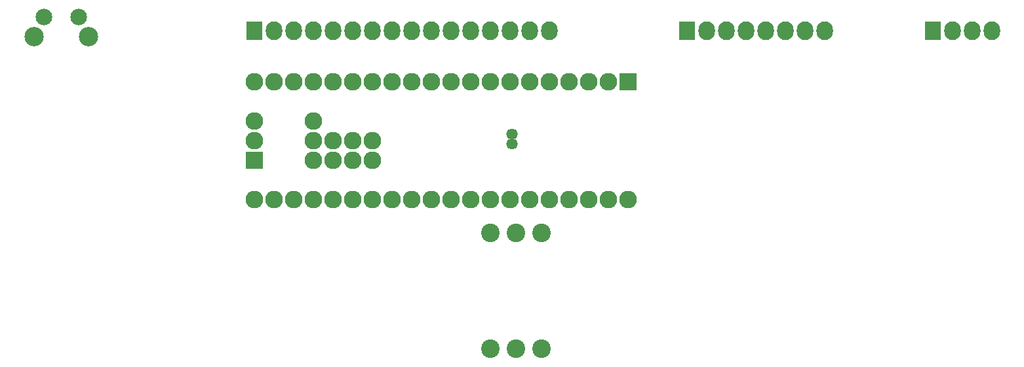
<source format=gbr>
G04 #@! TF.FileFunction,Soldermask,Bot*
%FSLAX46Y46*%
G04 Gerber Fmt 4.6, Leading zero omitted, Abs format (unit mm)*
G04 Created by KiCad (PCBNEW 4.0.5+dfsg1-4) date Sun Dec 29 19:54:52 2019*
%MOMM*%
%LPD*%
G01*
G04 APERTURE LIST*
%ADD10C,0.100000*%
%ADD11C,2.279600*%
%ADD12R,2.279600X2.279600*%
%ADD13C,1.466800*%
%ADD14R,2.127200X2.432000*%
%ADD15O,2.127200X2.432000*%
%ADD16C,2.500000*%
%ADD17C,2.150000*%
%ADD18C,2.398980*%
G04 APERTURE END LIST*
D10*
D11*
X152400000Y-80264000D03*
X149860000Y-80264000D03*
X147320000Y-80264000D03*
X144780000Y-80264000D03*
X142240000Y-80264000D03*
X139700000Y-80264000D03*
X137160000Y-80264000D03*
X134620000Y-80264000D03*
X132080000Y-80264000D03*
X129540000Y-80264000D03*
X127000000Y-80264000D03*
X124460000Y-80264000D03*
X121920000Y-80264000D03*
X119380000Y-80264000D03*
X116840000Y-80264000D03*
X114300000Y-80264000D03*
X111760000Y-80264000D03*
X109220000Y-80264000D03*
X106680000Y-80264000D03*
X104140000Y-80264000D03*
X104140000Y-65024000D03*
X106680000Y-65024000D03*
X109220000Y-65024000D03*
X111760000Y-65024000D03*
X114300000Y-65024000D03*
X116840000Y-65024000D03*
X119380000Y-65024000D03*
X121920000Y-65024000D03*
X124460000Y-65024000D03*
X127000000Y-65024000D03*
X129540000Y-65024000D03*
X132080000Y-65024000D03*
X134620000Y-65024000D03*
X137160000Y-65024000D03*
X139700000Y-65024000D03*
X142240000Y-65024000D03*
X144780000Y-65024000D03*
X147320000Y-65024000D03*
X149860000Y-65024000D03*
D12*
X152400000Y-65024000D03*
X104140000Y-75184000D03*
D11*
X104140000Y-72644000D03*
X104140000Y-70104000D03*
X111760000Y-75184000D03*
X114300000Y-75184000D03*
X116840000Y-75184000D03*
X119380000Y-75184000D03*
X119380000Y-72644000D03*
X116840000Y-72644000D03*
X114300000Y-72644000D03*
X111760000Y-72644000D03*
D13*
X137414000Y-71729600D03*
X137414000Y-73050400D03*
D11*
X111760000Y-70104000D03*
D14*
X104120000Y-58400000D03*
D15*
X106660000Y-58400000D03*
X109200000Y-58400000D03*
X111740000Y-58400000D03*
X114280000Y-58400000D03*
X116820000Y-58400000D03*
X119360000Y-58400000D03*
X121900000Y-58400000D03*
X124440000Y-58400000D03*
X126980000Y-58400000D03*
X129520000Y-58400000D03*
X132060000Y-58400000D03*
X134600000Y-58400000D03*
X137140000Y-58400000D03*
X139680000Y-58400000D03*
X142220000Y-58400000D03*
D14*
X160000000Y-58420000D03*
D15*
X162540000Y-58420000D03*
X165080000Y-58420000D03*
X167620000Y-58420000D03*
X170160000Y-58420000D03*
X172700000Y-58420000D03*
X175240000Y-58420000D03*
X177780000Y-58420000D03*
D14*
X191770000Y-58420000D03*
D15*
X194310000Y-58420000D03*
X196850000Y-58420000D03*
X199390000Y-58420000D03*
D16*
X82722000Y-59132000D03*
D17*
X81462000Y-56642000D03*
X76962000Y-56642000D03*
D16*
X75712000Y-59132000D03*
D18*
X134620000Y-99582000D03*
X134620000Y-84582000D03*
X137922000Y-99568000D03*
X137922000Y-84568000D03*
X141224000Y-99582000D03*
X141224000Y-84582000D03*
M02*

</source>
